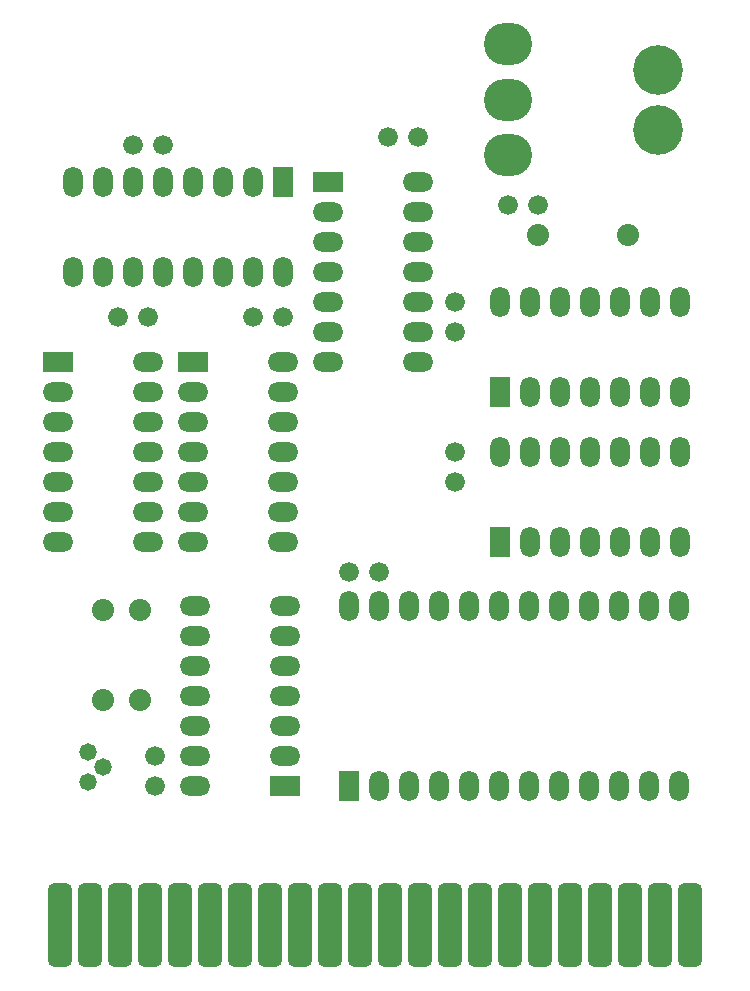
<source format=gbs>
G04*
G04 #@! TF.GenerationSoftware,Altium Limited,Altium Designer,21.1.1 (26)*
G04*
G04 Layer_Color=16711935*
%FSLAX25Y25*%
%MOIN*%
G70*
G04*
G04 #@! TF.SameCoordinates,50531035-4224-446A-8070-EFC382401BCB*
G04*
G04*
G04 #@! TF.FilePolarity,Negative*
G04*
G01*
G75*
G04:AMPARAMS|DCode=14|XSize=81.73mil|YSize=278.58mil|CornerRadius=21.18mil|HoleSize=0mil|Usage=FLASHONLY|Rotation=0.000|XOffset=0mil|YOffset=0mil|HoleType=Round|Shape=RoundedRectangle|*
%AMROUNDEDRECTD14*
21,1,0.08173,0.23622,0,0,0.0*
21,1,0.03937,0.27858,0,0,0.0*
1,1,0.04236,0.01968,-0.11811*
1,1,0.04236,-0.01968,-0.11811*
1,1,0.04236,-0.01968,0.11811*
1,1,0.04236,0.01968,0.11811*
%
%ADD14ROUNDEDRECTD14*%
%ADD15C,0.06598*%
%ADD16O,0.16047X0.14079*%
%ADD17O,0.06598X0.10142*%
%ADD18R,0.06598X0.10142*%
%ADD19C,0.05811*%
%ADD20C,0.07386*%
%ADD21R,0.10142X0.06598*%
%ADD22O,0.10142X0.06598*%
%ADD23C,0.16548*%
D14*
X35700Y19800D02*
D03*
X25700D02*
D03*
X75700D02*
D03*
X65700D02*
D03*
X55700D02*
D03*
X105700D02*
D03*
X95700D02*
D03*
X135700D02*
D03*
X125700D02*
D03*
X165700D02*
D03*
X155700D02*
D03*
X195700D02*
D03*
X185700D02*
D03*
X225700D02*
D03*
X215700D02*
D03*
X85700D02*
D03*
X45700D02*
D03*
X15700D02*
D03*
X205700D02*
D03*
X175700D02*
D03*
X145700D02*
D03*
X115700D02*
D03*
D15*
X45000Y222500D02*
D03*
X35000D02*
D03*
X122170Y137500D02*
D03*
X112170D02*
D03*
X165000Y260000D02*
D03*
X175000D02*
D03*
X40000Y280000D02*
D03*
X50000D02*
D03*
X147500Y167500D02*
D03*
Y177500D02*
D03*
Y217500D02*
D03*
Y227500D02*
D03*
X47500Y76100D02*
D03*
Y66100D02*
D03*
X125000Y282500D02*
D03*
X135000D02*
D03*
X80000Y222500D02*
D03*
X90000D02*
D03*
D16*
X165000Y313504D02*
D03*
Y295000D02*
D03*
Y276496D02*
D03*
D17*
X142170Y126100D02*
D03*
X132170D02*
D03*
X122170D02*
D03*
X112170D02*
D03*
X152170D02*
D03*
X162170D02*
D03*
X172170D02*
D03*
X182170D02*
D03*
X192170D02*
D03*
X202170D02*
D03*
X212170D02*
D03*
X222170D02*
D03*
Y66100D02*
D03*
X212170D02*
D03*
X202170D02*
D03*
X192170D02*
D03*
X182170D02*
D03*
X172170D02*
D03*
X162170D02*
D03*
X152170D02*
D03*
X142170D02*
D03*
X132170D02*
D03*
X122170D02*
D03*
X30000Y267500D02*
D03*
X40000D02*
D03*
X50000D02*
D03*
X60000D02*
D03*
X70000D02*
D03*
X80000D02*
D03*
X20000D02*
D03*
X40000Y237500D02*
D03*
X50000D02*
D03*
X60000D02*
D03*
X70000D02*
D03*
X20000D02*
D03*
X30000D02*
D03*
X80000D02*
D03*
X90000D02*
D03*
X172500Y147500D02*
D03*
X182500D02*
D03*
X192500D02*
D03*
X202500D02*
D03*
X212500D02*
D03*
X222500D02*
D03*
X162500Y177500D02*
D03*
X172500D02*
D03*
X182500D02*
D03*
X192500D02*
D03*
X202500D02*
D03*
X212500D02*
D03*
X222500D02*
D03*
X172500Y197500D02*
D03*
X182500D02*
D03*
X192500D02*
D03*
X202500D02*
D03*
X212500D02*
D03*
X222500D02*
D03*
X162500Y227500D02*
D03*
X172500D02*
D03*
X182500D02*
D03*
X192500D02*
D03*
X202500D02*
D03*
X212500D02*
D03*
X222500D02*
D03*
D18*
X112170Y66100D02*
D03*
X90000Y267500D02*
D03*
X162500Y147500D02*
D03*
Y197500D02*
D03*
D19*
X25000Y67500D02*
D03*
X30000Y72500D02*
D03*
X25000Y77500D02*
D03*
D20*
X30000Y125000D02*
D03*
Y95000D02*
D03*
X42500Y125000D02*
D03*
Y95000D02*
D03*
X175000Y250000D02*
D03*
X205000D02*
D03*
D21*
X90551Y66100D02*
D03*
X60000Y207500D02*
D03*
X15000D02*
D03*
X105000Y267500D02*
D03*
D22*
X90551Y76100D02*
D03*
Y86100D02*
D03*
Y96100D02*
D03*
Y106100D02*
D03*
Y116100D02*
D03*
Y126100D02*
D03*
X60551Y66100D02*
D03*
Y76100D02*
D03*
Y86100D02*
D03*
Y96100D02*
D03*
Y106100D02*
D03*
Y116100D02*
D03*
Y126100D02*
D03*
X60000Y197500D02*
D03*
Y187500D02*
D03*
Y177500D02*
D03*
Y167500D02*
D03*
Y157500D02*
D03*
Y147500D02*
D03*
X90000Y207500D02*
D03*
Y197500D02*
D03*
Y187500D02*
D03*
Y177500D02*
D03*
Y167500D02*
D03*
Y157500D02*
D03*
Y147500D02*
D03*
X15000Y197500D02*
D03*
Y187500D02*
D03*
Y177500D02*
D03*
Y167500D02*
D03*
Y157500D02*
D03*
Y147500D02*
D03*
X45000Y207500D02*
D03*
Y197500D02*
D03*
Y187500D02*
D03*
Y177500D02*
D03*
Y167500D02*
D03*
Y157500D02*
D03*
Y147500D02*
D03*
X105000Y257500D02*
D03*
Y247500D02*
D03*
Y237500D02*
D03*
Y227500D02*
D03*
Y217500D02*
D03*
Y207500D02*
D03*
X135000Y267500D02*
D03*
Y257500D02*
D03*
Y247500D02*
D03*
Y237500D02*
D03*
Y227500D02*
D03*
Y217500D02*
D03*
Y207500D02*
D03*
D23*
X215000Y305000D02*
D03*
Y285000D02*
D03*
M02*

</source>
